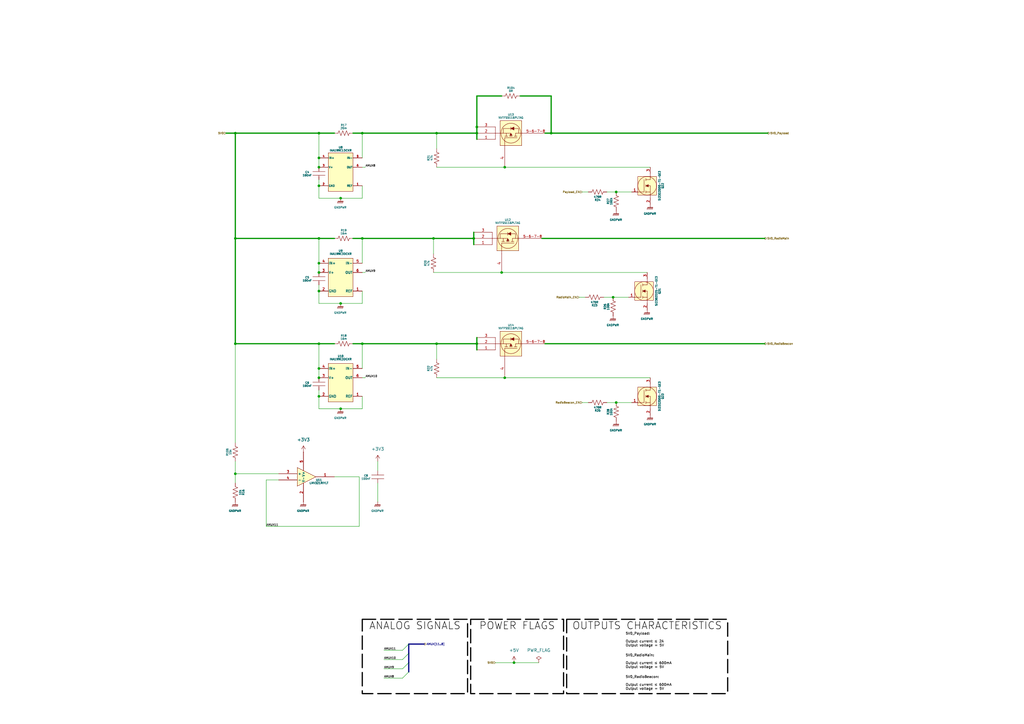
<source format=kicad_sch>
(kicad_sch (version 20231120) (generator "eeschema") (generator_version "8.0")
  (paper "A3")
  (title_block (title "Reliability Enhanced Electrical Power System") (date "2023-08-03") (rev "v0.0") (comment 1 "Davi Figueiredo <figueiredo.davi7@gmail.com> ") (comment 2 "João C. E. Barcellos <joaoclaudiobarcellos@gmail.com>") (comment 3 "Laura Debastiani <laudebastiani@gmail.com>"))
  (lib_symbols
    (symbol "C0603C104K5RACTU:C0603C104K5RACTU" (pin_numbers hide) (pin_names hide)
      (property "Reference" "C?" (at -4.826 0.508 0))
      (property "Value" "100nF" (at -4.826 -0.762 0))
      (symbol "C0603C104K5RACTU_0_1"
        (polyline (pts (xy 0 -1.27) (xy 0 -1.27)))
        (polyline (pts (xy 0 -1.27) (xy 0 -0.762)))
        (polyline (pts (xy 0 0.762) (xy 0 1.27)))
      )
      (symbol "C0603C104K5RACTU_1_0"
        (pin passive line (at 0 -2.54 90) (length 1.27) (name "") (number "1"))
        (pin passive line (at 0 2.54 270) (length 1.27) (name "") (number "2"))
      )
      (symbol "C0603C104K5RACTU_1_1"
        (polyline (pts (xy -2.54 -0.762) (xy 2.54 -0.762)))
        (polyline (pts (xy -2.54 0.762) (xy 2.54 0.762)))
      )
    )
    (symbol "CRCW06030000Z0EAHP:CRCW06030000Z0EAHP" (pin_numbers hide) (pin_names hide)
      (property "Reference" "R?" (at 0 3.302 0))
      (property "Value" "0R" (at 0 2.032 0))
      (symbol "CRCW06030000Z0EAHP_0_1"
        (polyline (pts (xy -2.286 0) (xy -2.54 0)))
        (polyline (pts (xy 2.286 0) (xy 2.54 0)))
        (polyline (pts (xy -2.286 0) (xy -1.905 1.016) (xy -1.524 0) (xy -1.143 -1.016) (xy -0.762 0)))
        (polyline (pts (xy -0.762 0) (xy -0.381 1.016) (xy 0 0) (xy 0.381 -1.016) (xy 0.762 0)))
        (polyline (pts (xy 0.762 0) (xy 1.143 1.016) (xy 1.524 0) (xy 1.905 -1.016) (xy 2.286 0)))
      )
      (symbol "CRCW06030000Z0EAHP_1_0"
        (pin passive line (at -3.81 0 0) (length 1.27) (name "") (number "1"))
        (pin passive line (at 3.81 0 180) (length 1.27) (name "") (number "2"))
      )
    )
    (symbol "CRCW0603100KFKEAHP:CRCW0603100KFKEAHP" (pin_numbers hide) (pin_names hide)
      (property "Reference" "R?" (at 0 3.302 0))
      (property "Value" "100k" (at 0 2.032 0))
      (symbol "CRCW0603100KFKEAHP_0_1"
        (polyline (pts (xy -2.286 0) (xy -2.54 0)))
        (polyline (pts (xy 2.286 0) (xy 2.54 0)))
        (polyline (pts (xy -2.286 0) (xy -1.905 1.016) (xy -1.524 0) (xy -1.143 -1.016) (xy -0.762 0)))
        (polyline (pts (xy -0.762 0) (xy -0.381 1.016) (xy 0 0) (xy 0.381 -1.016) (xy 0.762 0)))
        (polyline (pts (xy 0.762 0) (xy 1.143 1.016) (xy 1.524 0) (xy 1.905 -1.016) (xy 2.286 0)))
      )
      (symbol "CRCW0603100KFKEAHP_1_0"
        (pin passive line (at -3.81 0 0) (length 1.27) (name "") (number "1"))
        (pin passive line (at 3.81 0 180) (length 1.27) (name "") (number "2"))
      )
    )
    (symbol "CRCW060315K0FKEAHP:CRCW060315K0FKEAHP" (pin_numbers hide) (pin_names hide)
      (property "Reference" "R?" (at 0 3.302 0))
      (property "Value" "15k" (at 0 2.032 0))
      (symbol "CRCW060315K0FKEAHP_0_1"
        (polyline (pts (xy -2.286 0) (xy -2.54 0)))
        (polyline (pts (xy 2.286 0) (xy 2.54 0)))
        (polyline (pts (xy -2.286 0) (xy -1.905 1.016) (xy -1.524 0) (xy -1.143 -1.016) (xy -0.762 0)))
        (polyline (pts (xy -0.762 0) (xy -0.381 1.016) (xy 0 0) (xy 0.381 -1.016) (xy 0.762 0)))
        (polyline (pts (xy 0.762 0) (xy 1.143 1.016) (xy 1.524 0) (xy 1.905 -1.016) (xy 2.286 0)))
      )
      (symbol "CRCW060315K0FKEAHP_1_0"
        (pin passive line (at -3.81 0 0) (length 1.27) (name "") (number "1"))
        (pin passive line (at 3.81 0 180) (length 1.27) (name "") (number "2"))
      )
    )
    (symbol "CRCW0603470RFKEAHP:CRCW0603470RFKEAHP" (pin_numbers hide) (pin_names hide)
      (property "Reference" "R?" (at 0 3.302 0))
      (property "Value" "470R" (at 0 2.032 0))
      (symbol "CRCW0603470RFKEAHP_0_1"
        (polyline (pts (xy -2.286 0) (xy -2.54 0)))
        (polyline (pts (xy 2.286 0) (xy 2.54 0)))
        (polyline (pts (xy -2.286 0) (xy -1.905 1.016) (xy -1.524 0) (xy -1.143 -1.016) (xy -0.762 0)))
        (polyline (pts (xy -0.762 0) (xy -0.381 1.016) (xy 0 0) (xy 0.381 -1.016) (xy 0.762 0)))
        (polyline (pts (xy 0.762 0) (xy 1.143 1.016) (xy 1.524 0) (xy 1.905 -1.016) (xy 2.286 0)))
      )
      (symbol "CRCW0603470RFKEAHP_1_0"
        (pin passive line (at -3.81 0 0) (length 1.27) (name "") (number "1"))
        (pin passive line (at 3.81 0 180) (length 1.27) (name "") (number "2"))
      )
    )
    (symbol "CRCW060347K0FKEAHP:CRCW060347K0FKEAHP" (pin_numbers hide) (pin_names hide)
      (property "Reference" "R?" (at 0 3.302 0))
      (property "Value" "47k" (at 0 2.032 0))
      (symbol "CRCW060347K0FKEAHP_0_1"
        (polyline (pts (xy -2.286 0) (xy -2.54 0)))
        (polyline (pts (xy 2.286 0) (xy 2.54 0)))
        (polyline (pts (xy -2.286 0) (xy -1.905 1.016) (xy -1.524 0) (xy -1.143 -1.016) (xy -0.762 0)))
        (polyline (pts (xy -0.762 0) (xy -0.381 1.016) (xy 0 0) (xy 0.381 -1.016) (xy 0.762 0)))
        (polyline (pts (xy 0.762 0) (xy 1.143 1.016) (xy 1.524 0) (xy 1.905 -1.016) (xy 2.286 0)))
      )
      (symbol "CRCW060347K0FKEAHP_1_0"
        (pin passive line (at -3.81 0 0) (length 1.27) (name "") (number "1"))
        (pin passive line (at 3.81 0 180) (length 1.27) (name "") (number "2"))
      )
    )
    (symbol "INA199C1DCKR:INA199C1DCKR" (pin_names (offset 0.127))
      (property "Reference" "U?" (at 0 10.668 0))
      (property "Value" "INA199C1DCKR" (at 0 9.398 0))
      (symbol "INA199C1DCKR_1_1"
        (rectangle (start -5.08 8.382) (end 5.08 -7.366) (fill (type background)))
        (pin input line (at 8.89 -5.08 180) (length 3.81) (name "REF") (number "1"))
        (pin power_in line (at -8.89 -5.08 0) (length 3.81) (name "GND") (number "2"))
        (pin power_in line (at -8.89 2.54 0) (length 3.81) (name "V+") (number "3"))
        (pin input line (at -8.89 6.35 0) (length 3.81) (name "IN+") (number "4"))
        (pin input line (at 8.89 6.35 180) (length 3.81) (name "IN-") (number "5"))
        (pin output line (at 8.89 2.54 180) (length 3.81) (name "OUT") (number "6"))
      )
    )
    (symbol "INA199C3DCKR:INA199C3DCKR" (pin_names (offset 0.127))
      (property "Reference" "U" (at 21.59 24.13 0))
      (property "Value" "INA199C3DCKR" (at 21.59 22.86 0))
      (symbol "INA199C3DCKR_1_1"
        (rectangle (start 16.51 21.082) (end 26.67 5.334) (fill (type background)))
        (pin input line (at 30.48 7.62 180) (length 3.81) (name "REF") (number "1"))
        (pin power_in line (at 12.7 7.62 0) (length 3.81) (name "GND") (number "2"))
        (pin power_in line (at 12.7 15.24 0) (length 3.81) (name "V+") (number "3"))
        (pin input line (at 12.7 19.05 0) (length 3.81) (name "IN+") (number "4"))
        (pin input line (at 30.48 19.05 180) (length 3.81) (name "IN-") (number "5"))
        (pin output line (at 30.48 15.24 180) (length 3.81) (name "OUT") (number "6"))
      )
    )
    (symbol "LMV321RIYLT:LMV321RIYLT" (pin_names (offset 0.254))
      (property "Reference" "U" (at 6.35 0 0))
      (property "Value" "LMV321RIYLT" (at 6.35 -1.27 0))
      (symbol "LMV321RIYLT_1_1"
        (polyline (pts (xy -2.54 5.08) (xy -2.54 -2.54) (xy 5.08 1.27) (xy -2.54 5.08)) (fill (type background)))
        (pin output line (at 12.7 1.27 180) (length 7.62) (name "") (number "1"))
        (pin power_in line (at 0 -8.89 90) (length 7.62) (name "V-") (number "2"))
        (pin input line (at -10.16 2.54 0) (length 7.62) (name "+") (number "3"))
        (pin input line (at -10.16 0 0) (length 7.62) (name "-") (number "4"))
        (pin power_in line (at 0 11.43 270) (length 7.62) (name "V+") (number "5"))
      )
    )
    (symbol "NVTFS5116PLWFTAG:NVTFS5116PLTAG" (pin_names (offset 0.254))
      (property "Reference" "U" (at 27.94 -13.97 90))
      (property "Value" "NVTFS5116PLTAG" (at 26.67 -13.97 90))
      (symbol "NVTFS5116PLTAG_0_1"
        (polyline (pts (xy 13.97 -16.51) (xy 18.415 -16.51)))
        (polyline (pts (xy 18.415 -11.43) (xy 18.415 -16.51)))
        (polyline (pts (xy 19.05 -16.51) (xy 19.05 -15.24)))
        (polyline (pts (xy 19.05 -15.875) (xy 20.32 -15.875)))
        (polyline (pts (xy 19.05 -14.605) (xy 19.05 -13.335)))
        (polyline (pts (xy 19.05 -13.97) (xy 20.32 -13.97)))
        (polyline (pts (xy 19.05 -12.7) (xy 19.05 -11.43)))
        (polyline (pts (xy 19.05 -12.065) (xy 20.32 -12.065)))
        (polyline (pts (xy 19.685 -13.462) (xy 19.685 -13.462)))
        (polyline (pts (xy 20.32 -13.97) (xy 20.32 -20.32)))
        (polyline (pts (xy 20.32 -12.065) (xy 20.32 -7.62)))
        (polyline (pts (xy 21.59 -13.97) (xy 22.86 -13.97)))
        (polyline (pts (xy 22.86 -20.32) (xy 17.78 -20.32)))
        (polyline (pts (xy 20.32 -10.795) (xy 22.225 -10.795) (xy 22.225 -17.145) (xy 20.32 -17.145)))
        (circle (center 20.32 -13.97) (radius 4.066))
      )
      (symbol "NVTFS5116PLTAG_1_1"
        (polyline (pts (xy 19.431 -13.462) (xy 19.431 -14.478) (xy 20.193 -13.97) (xy 19.431 -13.462)) (fill (type outline)))
        (polyline (pts (xy 21.59 -12.7) (xy 22.86 -12.7) (xy 22.225 -13.97) (xy 21.59 -12.7)) (fill (type outline)))
        (rectangle (start 15.24 -9.525) (end 25.4 -18.415) (fill (type background)))
        (pin passive line (at 17.78 -27.94 90) (length 7.62) (name "") (number "1"))
        (pin passive line (at 20.32 -27.94 90) (length 7.62) (name "") (number "2"))
        (pin passive line (at 22.86 -27.94 90) (length 7.62) (name "") (number "3"))
        (pin passive line (at 6.35 -16.51 0) (length 7.62) (name "") (number "4"))
        (pin passive line (at 20.32 0 270) (length 7.62) (name "") (number "5-6-7-8"))
      )
    )
    (symbol "RC0805FR-0710KL:RC0805FR-0710KL" (pin_numbers hide) (pin_names hide)
      (property "Reference" "R?" (at 0 3.302 0))
      (property "Value" "10k" (at 0 2.032 0))
      (symbol "RC0805FR-0710KL_0_1"
        (polyline (pts (xy -2.286 0) (xy -2.54 0)))
        (polyline (pts (xy 2.286 0) (xy 2.54 0)))
        (polyline (pts (xy -2.286 0) (xy -1.905 1.016) (xy -1.524 0) (xy -1.143 -1.016) (xy -0.762 0)))
        (polyline (pts (xy -0.762 0) (xy -0.381 1.016) (xy 0 0) (xy 0.381 -1.016) (xy 0.762 0)))
        (polyline (pts (xy 0.762 0) (xy 1.143 1.016) (xy 1.524 0) (xy 1.905 -1.016) (xy 2.286 0)))
      )
      (symbol "RC0805FR-0710KL_1_0"
        (pin passive line (at -3.81 0 0) (length 1.27) (name "") (number "1"))
        (pin passive line (at 3.81 0 180) (length 1.27) (name "") (number "2"))
      )
    )
    (symbol "SI2302DDS-T1-GE3:SI2302DDS-T1-GE3" (pin_names hide)
      (property "Reference" "Q" (at 12.7 2.54 90))
      (property "Value" "SI2302DDS-T1-GE3" (at 11.43 2.54 90))
      (symbol "SI2302DDS-T1-GE3_1_1"
        (polyline (pts (xy 2.54 0) (xy 5.08 0)))
        (polyline (pts (xy 5.08 5.08) (xy 5.08 0)))
        (polyline (pts (xy 5.842 -0.508) (xy 5.842 0.508)))
        (polyline (pts (xy 5.842 0) (xy 7.62 0)))
        (polyline (pts (xy 5.842 2.032) (xy 5.842 3.048)))
        (polyline (pts (xy 5.842 5.588) (xy 5.842 4.572)))
        (polyline (pts (xy 7.62 2.54) (xy 5.842 2.54)))
        (polyline (pts (xy 7.62 2.54) (xy 7.62 -2.54)))
        (polyline (pts (xy 7.62 5.08) (xy 5.842 5.08)))
        (polyline (pts (xy 7.62 5.08) (xy 7.62 7.62)))
        (polyline (pts (xy 5.842 2.54) (xy 6.858 3.048) (xy 6.858 2.032) (xy 5.842 2.54)) (fill (type outline)))
        (rectangle (start 2.54 6.35) (end 10.16 -1.27) (fill (type background)))
        (circle (center 6.35 2.54) (radius 3.81))
        (pin passive line (at 0 0 0) (length 2.54) (name "G") (number "1"))
        (pin passive line (at 7.62 -5.08 90) (length 2.54) (name "S") (number "2"))
        (pin passive line (at 7.62 10.16 270) (length 2.54) (name "D") (number "3"))
      )
    )
    (symbol "WSL2010R0160FEA:WSL2010R0160FEA" (pin_numbers hide) (pin_names hide)
      (property "Reference" "R?" (at 0 3.302 0))
      (property "Value" "16m" (at 0 2.032 0))
      (symbol "WSL2010R0160FEA_0_1"
        (polyline (pts (xy -2.286 0) (xy -2.54 0)))
        (polyline (pts (xy 2.286 0) (xy 2.54 0)))
        (polyline (pts (xy -2.286 0) (xy -1.905 1.016) (xy -1.524 0) (xy -1.143 -1.016) (xy -0.762 0)))
        (polyline (pts (xy -0.762 0) (xy -0.381 1.016) (xy 0 0) (xy 0.381 -1.016) (xy 0.762 0)))
        (polyline (pts (xy 0.762 0) (xy 1.143 1.016) (xy 1.524 0) (xy 1.905 -1.016) (xy 2.286 0)))
      )
      (symbol "WSL2010R0160FEA_1_0"
        (pin passive line (at -3.81 0 0) (length 1.27) (name "") (number "1"))
        (pin passive line (at 3.81 0 180) (length 1.27) (name "") (number "2"))
      )
    )
    (symbol "WSL2010R0200FEA:WSL2010R0200FEA" (pin_numbers hide) (pin_names hide)
      (property "Reference" "R?" (at 0 3.302 0))
      (property "Value" "20m" (at 0 2.032 0))
      (symbol "WSL2010R0200FEA_0_1"
        (polyline (pts (xy -2.286 0) (xy -2.54 0)))
        (polyline (pts (xy 2.286 0) (xy 2.54 0)))
        (polyline (pts (xy -2.286 0) (xy -1.905 1.016) (xy -1.524 0) (xy -1.143 -1.016) (xy -0.762 0)))
        (polyline (pts (xy -0.762 0) (xy -0.381 1.016) (xy 0 0) (xy 0.381 -1.016) (xy 0.762 0)))
        (polyline (pts (xy 0.762 0) (xy 1.143 1.016) (xy 1.524 0) (xy 1.905 -1.016) (xy 2.286 0)))
      )
      (symbol "WSL2010R0200FEA_1_0"
        (pin passive line (at -3.81 0 0) (length 1.27) (name "") (number "1"))
        (pin passive line (at 3.81 0 180) (length 1.27) (name "") (number "2"))
      )
    )
    (symbol "power:+3V3" (power) (pin_numbers hide) (pin_names (offset 0) hide)
      (property "Value" "+3V3" (at 0 3.556 0))
      (symbol "+3V3_0_1"
        (polyline (pts (xy -0.762 1.27) (xy 0 2.54)))
        (polyline (pts (xy 0 0) (xy 0 2.54)))
        (polyline (pts (xy 0 2.54) (xy 0.762 1.27)))
      )
      (symbol "+3V3_1_1"
        (pin power_in line (at 0 0 90) (length 0) (name "~") (number "1"))
      )
    )
    (symbol "power:+5V" (power) (pin_numbers hide) (pin_names (offset 0) hide)
      (property "Value" "+5V" (at 0 3.556 0))
      (symbol "+5V_0_1"
        (polyline (pts (xy -0.762 1.27) (xy 0 2.54)))
        (polyline (pts (xy 0 0) (xy 0 2.54)))
        (polyline (pts (xy 0 2.54) (xy 0.762 1.27)))
      )
      (symbol "+5V_1_1"
        (pin power_in line (at 0 0 90) (length 0) (name "~") (number "1"))
      )
    )
    (symbol "power:GNDPWR" (power) (pin_numbers hide) (pin_names (offset 0) hide)
      (property "Value" "GNDPWR" (at 0 -3.302 0))
      (symbol "GNDPWR_0_1"
        (polyline (pts (xy 0 -1.27) (xy 0 0)))
        (polyline (pts (xy -1.016 -1.27) (xy -1.27 -2.032) (xy -1.27 -2.032)) (stroke (width 0.2032)))
        (polyline (pts (xy -0.508 -1.27) (xy -0.762 -2.032) (xy -0.762 -2.032)) (stroke (width 0.2032)))
        (polyline (pts (xy 0 -1.27) (xy -0.254 -2.032) (xy -0.254 -2.032)) (stroke (width 0.2032)))
        (polyline (pts (xy 0.508 -1.27) (xy 0.254 -2.032) (xy 0.254 -2.032)) (stroke (width 0.2032)))
        (polyline (pts (xy 1.016 -1.27) (xy -1.016 -1.27) (xy -1.016 -1.27)) (stroke (width 0.2032)))
        (polyline (pts (xy 1.016 -1.27) (xy 0.762 -2.032) (xy 0.762 -2.032) (xy 0.762 -2.032)) (stroke (width 0.2032)))
      )
      (symbol "GNDPWR_1_1"
        (pin power_in line (at 0 0 270) (length 0) (name "~") (number "1"))
      )
    )
    (symbol "power:PWR_FLAG" (power) (pin_numbers hide) (pin_names (offset 0) hide)
      (property "Value" "PWR_FLAG" (at 0 3.81 0))
      (symbol "PWR_FLAG_0_0"
        (pin power_out line (at 0 0 90) (length 0) (name "~") (number "1"))
      )
      (symbol "PWR_FLAG_0_1"
        (polyline (pts (xy 0 0) (xy 0 1.27) (xy -1.016 1.905) (xy 0 2.54) (xy 1.016 1.905) (xy 0 1.27)))
      )
    )
  )
  (junction (at 130.81 54.61))
  (junction (at 130.81 76.2))
  (junction (at 130.81 107.95))
  (junction (at 130.81 140.97))
  (junction (at 96.52 140.97))
  (junction (at 148.59 140.97))
  (junction (at 195.58 140.97))
  (junction (at 139.7 167.64))
  (junction (at 139.7 81.28))
  (junction (at 148.59 54.61))
  (junction (at 130.81 154.94))
  (junction (at 194.31 97.79))
  (junction (at 179.07 140.97))
  (junction (at 130.81 151.13))
  (junction (at 251.46 121.92))
  (junction (at 207.01 68.58))
  (junction (at 226.06 54.61))
  (junction (at 210.82 271.78))
  (junction (at 177.8 97.79))
  (junction (at 207.01 154.94))
  (junction (at 130.81 162.56))
  (junction (at 96.52 54.61))
  (junction (at 130.81 64.77))
  (junction (at 96.52 194.31))
  (junction (at 130.81 119.38))
  (junction (at 252.73 78.74))
  (junction (at 130.81 97.79))
  (junction (at 130.81 111.76))
  (junction (at 139.7 124.46))
  (junction (at 205.74 111.76))
  (junction (at 195.58 52.07))
  (junction (at 252.73 165.1))
  (junction (at 195.58 54.61))
  (junction (at 130.81 68.58))
  (junction (at 96.52 97.79))
  (junction (at 179.07 54.61))
  (junction (at 148.59 97.79))
  (bus_entry (at 165.1 266.7) (size 2.54 -2.54))
  (bus_entry (at 165.1 278.13) (size 2.54 -2.54))
  (bus_entry (at 165.1 274.32) (size 2.54 -2.54))
  (bus_entry (at 165.1 270.51) (size 2.54 -2.54))
  (wire (pts (xy 165.1 266.7) (xy 157.48 266.7)))
  (wire (pts (xy 148.59 162.56) (xy 148.59 167.64)))
  (wire (pts (xy 130.81 107.95) (xy 130.81 111.76)))
  (wire (pts (xy 195.58 39.37) (xy 205.74 39.37)) (stroke (width 0.5)))
  (wire (pts (xy 148.59 124.46) (xy 139.7 124.46)))
  (wire (pts (xy 130.81 54.61) (xy 137.16 54.61)) (stroke (width 0.5)))
  (wire (pts (xy 130.81 54.61) (xy 130.81 64.77)))
  (wire (pts (xy 252.73 78.74) (xy 259.08 78.74)))
  (wire (pts (xy 165.1 274.32) (xy 157.48 274.32)))
  (wire (pts (xy 96.52 97.79) (xy 130.81 97.79)) (stroke (width 0.5)))
  (wire (pts (xy 144.78 140.97) (xy 148.59 140.97)) (stroke (width 0.5)))
  (wire (pts (xy 148.59 54.61) (xy 148.59 64.77)))
  (wire (pts (xy 148.59 97.79) (xy 177.8 97.79)) (stroke (width 0.5)))
  (wire (pts (xy 165.1 278.13) (xy 157.48 278.13)))
  (wire (pts (xy 130.81 97.79) (xy 130.81 107.95)))
  (wire (pts (xy 148.59 76.2) (xy 148.59 81.28)))
  (wire (pts (xy 148.59 54.61) (xy 179.07 54.61)) (stroke (width 0.5)))
  (wire (pts (xy 207.01 154.94) (xy 266.7 154.94)))
  (wire (pts (xy 179.07 154.94) (xy 207.01 154.94)))
  (wire (pts (xy 148.59 167.64) (xy 139.7 167.64)))
  (wire (pts (xy 223.52 140.97) (xy 313.69 140.97)) (stroke (width 0.5)))
  (wire (pts (xy 130.81 167.64) (xy 139.7 167.64)))
  (wire (pts (xy 148.59 140.97) (xy 179.07 140.97)) (stroke (width 0.5)))
  (wire (pts (xy 241.3 165.1) (xy 238.76 165.1)))
  (wire (pts (xy 248.92 78.74) (xy 252.73 78.74)))
  (wire (pts (xy 96.52 189.23) (xy 96.52 194.31)))
  (wire (pts (xy 207.01 68.58) (xy 266.7 68.58)))
  (wire (pts (xy 144.78 97.79) (xy 148.59 97.79)) (stroke (width 0.5)))
  (wire (pts (xy 177.8 97.79) (xy 177.8 104.14)))
  (wire (pts (xy 96.52 54.61) (xy 130.81 54.61)) (stroke (width 0.5)))
  (wire (pts (xy 130.81 116.84) (xy 130.81 119.38)))
  (wire (pts (xy 114.3 196.85) (xy 109.22 196.85)))
  (wire (pts (xy 130.81 151.13) (xy 130.81 154.94)))
  (wire (pts (xy 241.3 78.74) (xy 238.76 78.74)))
  (wire (pts (xy 130.81 64.77) (xy 130.81 68.58)))
  (wire (pts (xy 177.8 111.76) (xy 205.74 111.76)))
  (wire (pts (xy 96.52 97.79) (xy 96.52 140.97)) (stroke (width 0.5)))
  (wire (pts (xy 148.59 97.79) (xy 148.59 107.95)))
  (wire (pts (xy 195.58 138.43) (xy 195.58 140.97)) (stroke (width 0.5)))
  (wire (pts (xy 251.46 121.92) (xy 257.81 121.92)))
  (wire (pts (xy 130.81 160.02) (xy 130.81 162.56)))
  (wire (pts (xy 240.03 121.92) (xy 237.49 121.92)))
  (wire (pts (xy 130.81 124.46) (xy 139.7 124.46)))
  (wire (pts (xy 130.81 162.56) (xy 130.81 167.64)))
  (wire (pts (xy 179.07 140.97) (xy 179.07 147.32)))
  (wire (pts (xy 92.71 54.61) (xy 96.52 54.61)) (stroke (width 0.5)))
  (wire (pts (xy 252.73 165.1) (xy 259.08 165.1)))
  (wire (pts (xy 148.59 119.38) (xy 148.59 124.46)))
  (wire (pts (xy 226.06 54.61) (xy 226.06 39.37)) (stroke (width 0.5)))
  (wire (pts (xy 210.82 271.78) (xy 220.98 271.78)))
  (wire (pts (xy 247.65 121.92) (xy 251.46 121.92)))
  (wire (pts (xy 165.1 270.51) (xy 157.48 270.51)))
  (wire (pts (xy 109.22 215.9) (xy 147.32 215.9)))
  (wire (pts (xy 148.59 154.94) (xy 149.86 154.94)))
  (bus (pts (xy 167.64 271.78) (xy 167.64 275.59)) (stroke (width 0.5)))
  (wire (pts (xy 109.22 196.85) (xy 109.22 215.9)))
  (wire (pts (xy 96.52 194.31) (xy 96.52 198.12)))
  (wire (pts (xy 195.58 54.61) (xy 195.58 57.15)) (stroke (width 0.5)))
  (wire (pts (xy 148.59 140.97) (xy 148.59 151.13)))
  (bus (pts (xy 167.64 264.16) (xy 167.64 267.97)) (stroke (width 0.5)))
  (wire (pts (xy 177.8 97.79) (xy 194.31 97.79)) (stroke (width 0.5)))
  (wire (pts (xy 223.52 54.61) (xy 226.06 54.61)) (stroke (width 0.5)))
  (wire (pts (xy 154.94 198.12) (xy 154.94 205.74)))
  (wire (pts (xy 203.2 271.78) (xy 210.82 271.78)))
  (wire (pts (xy 226.06 39.37) (xy 213.36 39.37)) (stroke (width 0.5)))
  (wire (pts (xy 195.58 52.07) (xy 195.58 54.61)) (stroke (width 0.5)))
  (wire (pts (xy 194.31 97.79) (xy 194.31 100.33)) (stroke (width 0.5)))
  (wire (pts (xy 130.81 119.38) (xy 130.81 124.46)))
  (wire (pts (xy 130.81 73.66) (xy 130.81 76.2)))
  (bus (pts (xy 173.99 264.16) (xy 167.64 264.16)) (stroke (width 0.5)))
  (wire (pts (xy 130.81 81.28) (xy 130.81 76.2)))
  (wire (pts (xy 148.59 68.58) (xy 149.86 68.58)))
  (wire (pts (xy 148.59 81.28) (xy 139.7 81.28)))
  (wire (pts (xy 147.32 195.58) (xy 147.32 215.9)))
  (wire (pts (xy 194.31 95.25) (xy 194.31 97.79)) (stroke (width 0.5)))
  (wire (pts (xy 195.58 140.97) (xy 195.58 143.51)) (stroke (width 0.5)))
  (wire (pts (xy 130.81 81.28) (xy 139.7 81.28)))
  (wire (pts (xy 226.06 54.61) (xy 314.96 54.61)) (stroke (width 0.5)))
  (wire (pts (xy 137.16 195.58) (xy 147.32 195.58)))
  (wire (pts (xy 179.07 54.61) (xy 179.07 60.96)))
  (wire (pts (xy 179.07 68.58) (xy 207.01 68.58)))
  (wire (pts (xy 130.81 140.97) (xy 130.81 151.13)))
  (wire (pts (xy 205.74 111.76) (xy 265.43 111.76)))
  (wire (pts (xy 130.81 140.97) (xy 137.16 140.97)) (stroke (width 0.5)))
  (wire (pts (xy 248.92 165.1) (xy 252.73 165.1)))
  (wire (pts (xy 148.59 111.76) (xy 149.86 111.76)))
  (wire (pts (xy 154.94 189.23) (xy 154.94 193.04)))
  (wire (pts (xy 144.78 54.61) (xy 148.59 54.61)) (stroke (width 0.5)))
  (wire (pts (xy 96.52 140.97) (xy 96.52 181.61)))
  (wire (pts (xy 130.81 97.79) (xy 137.16 97.79)) (stroke (width 0.5)))
  (wire (pts (xy 195.58 52.07) (xy 195.58 39.37)) (stroke (width 0.5)))
  (wire (pts (xy 96.52 54.61) (xy 96.52 97.79)) (stroke (width 0.5)))
  (bus (pts (xy 167.64 267.97) (xy 167.64 271.78)) (stroke (width 0.5)))
  (wire (pts (xy 222.25 97.79) (xy 313.69 97.79)) (stroke (width 0.5)))
  (wire (pts (xy 179.07 54.61) (xy 195.58 54.61)) (stroke (width 0.5)))
  (wire (pts (xy 96.52 194.31) (xy 114.3 194.31)))
  (wire (pts (xy 96.52 140.97) (xy 130.81 140.97)) (stroke (width 0.5)))
  (wire (pts (xy 179.07 140.97) (xy 195.58 140.97)) (stroke (width 0.5)))
  (rectangle (start 232.41 254) (end 298.45 284.48) (stroke (width 0.5) (type dash) (color 0 0 0 1)))
  (rectangle (start 148.59 254) (end 191.77 284.48) (stroke (width 0.5) (type dash) (color 0 0 0 1)))
  (rectangle (start 193.04 254) (end 231.14 284.48) (stroke (width 0.5) (type dash) (color 0 0 0 1)))
  (text_box "ANALOG SIGNALS" (at 148.59 254 0) (size 43.18 5.08) (stroke (width -0.0001)) (effects (font (size 3 3) (thickness 0.2) (bold yes))))
  (text_box "POWER FLAGS" (at 193.04 254 0) (size 38.1 5.08) (stroke (width -0.0001)) (effects (font (size 3 3) (thickness 0.2) (bold yes))))
  (text_box "OUTPUTS CHARACTERISTICS" (at 232.41 254 0) (size 66.04 5.08) (stroke (width -0.0001)) (effects (font (size 3 3) (thickness 0.2) (bold yes))))
  (text "5V0_RadioMain: \n\nOutput current ≤ 600mA\nOutput voltage = 5V" (at 256.54 274.32 0) (effects (font (size 1 1)) (justify left bottom)))
  (text "5V0_Payload: \n\nOutput current ≤ 2A\nOutput voltage = 5V\n" (at 256.54 265.43 0) (effects (font (size 1 1)) (justify left bottom)))
  (text "5V0_RadioBeacon:\n\nOutput current ≤ 600mA\nOutput voltage = 5V\n" (at 256.54 283.21 0) (effects (font (size 1 1)) (justify left bottom)))
  (label "AMUX8" (at 157.48 278.13 0) (effects (font (size 0.8 0.8))))
  (label "AMUX9" (at 157.48 274.32 0) (effects (font (size 0.8 0.8))))
  (label "AMUX10" (at 149.86 154.94 0) (effects (font (size 0.8 0.8))))
  (label "AMUX11" (at 157.48 266.7 0) (effects (font (size 0.8 0.8))))
  (label "AMUX8" (at 149.86 68.58 0) (effects (font (size 0.8 0.8))))
  (label "AMUX10" (at 157.48 270.51 0) (effects (font (size 0.8 0.8))))
  (label "AMUX11" (at 109.22 215.9 0) (effects (font (size 0.8 0.8))))
  (label "AMUX9" (at 149.86 111.76 0) (effects (font (size 0.8 0.8))))
  (hierarchical_label "AMUX[11..8]" (shape output) (at 173.99 264.16 0) (effects (font (size 0.8 0.8))))
  (hierarchical_label "5V0" (shape input) (at 203.2 271.78 180) (effects (font (size 0.8 0.8))))
  (hierarchical_label "5V0_RadioMain" (shape output) (at 313.69 97.79 0) (effects (font (size 0.8 0.8))))
  (hierarchical_label "5V0_Payload" (shape output) (at 314.96 54.61 0) (effects (font (size 0.8 0.8))))
  (hierarchical_label "RadioMain_EN" (shape input) (at 237.49 121.92 180) (effects (font (size 0.8 0.8))))
  (hierarchical_label "5V0_RadioBeacon" (shape output) (at 313.69 140.97 0) (effects (font (size 0.8 0.8))))
  (hierarchical_label "5V0" (shape input) (at 92.71 54.61 180) (effects (font (size 0.8 0.8))))
  (hierarchical_label "Payload_EN" (shape input) (at 238.76 78.74 180) (effects (font (size 0.8 0.8))))
  (hierarchical_label "RadioBeacon_EN" (shape input) (at 238.76 165.1 180) (effects (font (size 0.8 0.8))))
  (symbol (lib_id "NVTFS5116PLWFTAG:NVTFS5116PLTAG") (at 223.52 161.29 270) (mirror x) (unit 1)
    (property "Reference" "U14" (at 209.55 133.35 90) (effects (font (size 0.8 0.8))))
    (property "Value" "NVTFS5116PLTAG" (at 209.55 134.62 90) (effects (font (size 0.8 0.8))))
    (property "Footprint" "footprints:NVTFS5116PLTAG" (effects (hide yes)))
    (property "Datasheet" "https://br.mouser.com/datasheet/2/308/1/NVTFS5116PL_D-2319932.pdf" (effects (hide yes)))
    (property "Package" "WDFN-8 " (effects (hide yes)))
    (property "MPN" "NVTFS5116PLTAG" (effects (hide yes)))
    (property "Manufacturer" "onsemi" (effects (hide yes)))
  )
  (symbol (lib_id "CRCW060315K0FKEAHP:CRCW060315K0FKEAHP") (at 96.52 185.42 90) (unit 1)
    (property "Reference" "R106" (at 93.218 185.42 0) (effects (font (size 0.8 0.8))))
    (property "Value" "15k" (at 94.488 185.42 0) (effects (font (size 0.8 0.8))))
    (property "Footprint" "footprints:RES0603" (effects (hide yes)))
    (property "Datasheet" "https://www.vishay.com/docs/20043/crcwhpe3.pdf" (effects (hide yes)))
    (property "Description" "Resistor, 0.33W, 15k, 1%" (effects (hide yes)))
    (property "Manufacturer" "Vishay" (effects (hide yes)))
    (property "Package" "SMD 0603" (effects (hide yes)))
    (property "MPN" "CRCW060315K0FKEAHP" (effects (hide yes)))
  )
  (symbol (lib_id "NVTFS5116PLWFTAG:NVTFS5116PLTAG") (at 222.25 118.11 270) (mirror x) (unit 1)
    (property "Reference" "U12" (at 208.28 90.17 90) (effects (font (size 0.8 0.8))))
    (property "Value" "NVTFS5116PLTAG" (at 208.28 91.44 90) (effects (font (size 0.8 0.8))))
    (property "Footprint" "footprints:NVTFS5116PLTAG" (effects (hide yes)))
    (property "Datasheet" "https://br.mouser.com/datasheet/2/308/1/NVTFS5116PL_D-2319932.pdf" (effects (hide yes)))
    (property "Package" "WDFN-8 " (effects (hide yes)))
    (property "MPN" "NVTFS5116PLTAG" (effects (hide yes)))
    (property "Manufacturer" "onsemi" (effects (hide yes)))
  )
  (symbol (lib_id "WSL2010R0160FEA:WSL2010R0160FEA") (at 140.97 140.97 0) (unit 1)
    (property "Reference" "R18" (at 140.97 137.668 0) (effects (font (size 0.8 0.8))))
    (property "Value" "16m" (at 140.97 138.938 0) (effects (font (size 0.8 0.8))))
    (property "Footprint" "footprints:RES2010" (effects (hide yes)))
    (property "Datasheet" "https://www.vishay.com/docs/30100/wsl.pdf" (effects (hide yes)))
    (property "Description" "Current sense resistor, 0.5W, 0.016R, 1%" (effects (hide yes)))
    (property "MPN" "WSL2010R0160FEA" (effects (hide yes)))
    (property "Package" "SMD 2010" (effects (hide yes)))
    (property "Manufacturer" "Vishay" (effects (hide yes)))
  )
  (symbol (lib_id "power:+3V3") (at 124.46 185.42 0) (unit 1)
    (property "Reference" "#PWR014" (effects (hide yes)))
    (property "Value" "+3V3" (at 124.46 180.34 0))
    (property "Description" "Power symbol creates a global label with name \"+3V3\"" (effects (hide yes)))
  )
  (symbol (lib_id "CRCW060347K0FKEAHP:CRCW060347K0FKEAHP") (at 179.07 151.13 90) (unit 1)
    (property "Reference" "R22" (at 175.768 151.13 0) (effects (font (size 0.8 0.8))))
    (property "Value" "47k" (at 177.038 151.13 0) (effects (font (size 0.8 0.8))))
    (property "Footprint" "footprints:RES0603" (effects (hide yes)))
    (property "Datasheet" "https://www.vishay.com/docs/20043/crcwhpe3.pdf" (effects (hide yes)))
    (property "Description" "Resistor, 0.33W, 47k, 1%" (effects (hide yes)))
    (property "Manufacturer" "Vishay" (effects (hide yes)))
    (property "Package" "SMD 0603" (effects (hide yes)))
    (property "MPN" "CRCW060347K0FKEAHP" (effects (hide yes)))
    (instances (project "eps-re_project" (path "" (reference "R22") (unit 1))) (project "EPS Analogico" (path "" (reference "R2") (unit 1))))
  )
  (symbol (lib_id "NVTFS5116PLWFTAG:NVTFS5116PLTAG") (at 223.52 74.93 270) (mirror x) (unit 1)
    (property "Reference" "U13" (at 209.55 46.99 90) (effects (font (size 0.8 0.8))))
    (property "Value" "NVTFS5116PLTAG" (at 209.55 48.26 90) (effects (font (size 0.8 0.8))))
    (property "Footprint" "footprints:NVTFS5116PLTAG" (effects (hide yes)))
    (property "Datasheet" "https://br.mouser.com/datasheet/2/308/1/NVTFS5116PL_D-2319932.pdf" (effects (hide yes)))
    (property "Package" "WDFN-8 " (effects (hide yes)))
    (property "MPN" "NVTFS5116PLTAG" (effects (hide yes)))
    (property "Manufacturer" "onsemi" (effects (hide yes)))
  )
  (symbol (lib_id "CRCW060347K0FKEAHP:CRCW060347K0FKEAHP") (at 179.07 64.77 90) (unit 1)
    (property "Reference" "R21" (at 175.768 64.77 0) (effects (font (size 0.8 0.8))))
    (property "Value" "47k" (at 177.038 64.77 0) (effects (font (size 0.8 0.8))))
    (property "Footprint" "footprints:RES0603" (effects (hide yes)))
    (property "Datasheet" "https://www.vishay.com/docs/20043/crcwhpe3.pdf" (effects (hide yes)))
    (property "Description" "Resistor, 0.33W, 47k, 1%" (effects (hide yes)))
    (property "Manufacturer" "Vishay" (effects (hide yes)))
    (property "Package" "SMD 0603" (effects (hide yes)))
    (property "MPN" "CRCW060347K0FKEAHP" (effects (hide yes)))
    (instances (project "eps-re_project" (path "" (reference "R21") (unit 1))) (project "EPS Analogico" (path "" (reference "R2") (unit 1))))
  )
  (symbol (lib_id "CRCW0603470RFKEAHP:CRCW0603470RFKEAHP") (at 245.11 165.1 180) (unit 1)
    (property "Reference" "R25" (at 245.11 168.402 0) (effects (font (size 0.8 0.8))))
    (property "Value" "470R" (at 245.11 167.132 0) (effects (font (size 0.8 0.8))))
    (property "Footprint" "footprints:RES0603" (effects (hide yes)))
    (property "Datasheet" "https://www.vishay.com/docs/20043/crcwhpe3.pdf" (effects (hide yes)))
    (property "Description" "Resistor, 0.33W, 470R, 1%" (effects (hide yes)))
    (property "Manufacturer" "Vishay" (effects (hide yes)))
    (property "Package" "SMD 0603" (effects (hide yes)))
    (property "MPN" "CRCW0603470RFKEAHP" (effects (hide yes)))
    (instances (project "eps-re_project" (path "" (reference "R25") (unit 1))) (project "EPS Analogico" (path "" (reference "R4") (unit 1))))
  )
  (symbol (lib_id "power:GNDPWR") (at 139.7 167.64 0) (unit 1)
    (property "Reference" "#PWR024" (effects (hide yes)))
    (property "Value" "GNDPWR" (at 139.573 171.45 0) (effects (font (size 0.8 0.8))))
    (property "Description" "Power symbol creates a global label with name \"GNDPWR\" , global ground" (effects (hide yes)))
  )
  (symbol (lib_id "power:GNDPWR") (at 139.7 124.46 0) (unit 1)
    (property "Reference" "#PWR020" (effects (hide yes)))
    (property "Value" "GNDPWR" (at 139.573 128.27 0) (effects (font (size 0.8 0.8))))
    (property "Description" "Power symbol creates a global label with name \"GNDPWR\" , global ground" (effects (hide yes)))
  )
  (symbol (lib_id "C0603C104K5RACTU:C0603C104K5RACTU") (at 154.94 195.58 0) (unit 1)
    (property "Reference" "C8" (at 150.114 195.072 0) (effects (font (size 0.8 0.8))))
    (property "Value" "100nF" (at 150.114 196.342 0) (effects (font (size 0.8 0.8))))
    (property "Footprint" "footprints:CAP0603" (effects (hide yes)))
    (property "Datasheet" "https://br.mouser.com/datasheet/2/447/KEM_C1002_X7R_SMD-3316098.pdf" (effects (hide yes)))
    (property "Description" "Capacitor, 100nF, 5%" (effects (hide yes)))
    (property "Manufacturer" "KEMET" (effects (hide yes)))
    (property "MPN" "C0603C104K5RACTU" (effects (hide yes)))
    (property "Package" "SMD 0603" (effects (hide yes)))
  )
  (symbol (lib_id "SI2302DDS-T1-GE3:SI2302DDS-T1-GE3") (at 259.08 165.1 0) (unit 1)
    (property "Reference" "Q23" (at 271.78 162.56 90) (effects (font (size 0.8 0.8))))
    (property "Value" "SI2302DDS-T1-GE3" (at 270.51 162.56 90) (effects (font (size 0.8 0.8))))
    (property "Footprint" "footprints:SI2302DDS-T1-GE3" (effects (hide yes)))
    (property "Datasheet" "http://www.vishay.com/docs/63653/si2302dds.pdf" (effects (hide yes)))
    (property "Manufacturer" "Vishay" (effects (hide yes)))
    (property "MPN" "SI2302DDS-T1-GE3" (effects (hide yes)))
    (property "Package" "SOT-23-3 " (effects (hide yes)))
  )
  (symbol (lib_id "CRCW0603100KFKEAHP:CRCW0603100KFKEAHP") (at 252.73 82.55 90) (unit 1)
    (property "Reference" "R27" (at 249.428 82.55 0) (effects (font (size 0.8 0.8))))
    (property "Value" "100k" (at 250.698 82.55 0) (effects (font (size 0.8 0.8))))
    (property "Footprint" "footprints:RES0603" (effects (hide yes)))
    (property "Datasheet" "https://www.vishay.com/docs/20043/crcwhpe3.pdf" (effects (hide yes)))
    (property "Description" "Resistor, 0.33W, 100k, 1%" (effects (hide yes)))
    (property "Package" "SMD 0603" (effects (hide yes)))
    (property "Manufacturer" "Vishay" (effects (hide yes)))
    (property "MPN" "CRCW0603100KFKEAHP" (effects (hide yes)))
    (instances (project "eps-re_project" (path "" (reference "R27") (unit 1))) (project "EPS Analogico" (path "" (reference "R3") (unit 1))))
  )
  (symbol (lib_id "power:GNDPWR") (at 252.73 172.72 0) (unit 1)
    (property "Reference" "#PWR033" (effects (hide yes)))
    (property "Value" "GNDPWR" (at 252.603 176.53 0) (effects (font (size 0.8 0.8))))
    (property "Description" "Power symbol creates a global label with name \"GNDPWR\" , global ground" (effects (hide yes)))
  )
  (symbol (lib_id "power:GNDPWR") (at 266.7 170.18 0) (unit 1)
    (property "Reference" "#PWR075" (effects (hide yes)))
    (property "Value" "GNDPWR" (at 266.573 173.99 0) (effects (font (size 0.8 0.8))))
    (property "Description" "Power symbol creates a global label with name \"GNDPWR\" , global ground" (effects (hide yes)))
  )
  (symbol (lib_id "power:GNDPWR") (at 124.46 205.74 0) (unit 1)
    (property "Reference" "#PWR017" (effects (hide yes)))
    (property "Value" "GNDPWR" (at 124.333 209.55 0) (effects (font (size 0.8 0.8))))
    (property "Description" "Power symbol creates a global label with name \"GNDPWR\" , global ground" (effects (hide yes)))
  )
  (symbol (lib_id "C0603C104K5RACTU:C0603C104K5RACTU") (at 130.81 157.48 0) (unit 1)
    (property "Reference" "C6" (at 125.984 156.972 0) (effects (font (size 0.8 0.8))))
    (property "Value" "100nF" (at 125.984 158.242 0) (effects (font (size 0.8 0.8))))
    (property "Footprint" "footprints:CAP0603" (effects (hide yes)))
    (property "Datasheet" "https://br.mouser.com/datasheet/2/447/KEM_C1002_X7R_SMD-3316098.pdf" (effects (hide yes)))
    (property "Description" "Capacitor, 100nF, 5%" (effects (hide yes)))
    (property "Manufacturer" "KEMET" (effects (hide yes)))
    (property "MPN" "C0603C104K5RACTU" (effects (hide yes)))
    (property "Package" "SMD 0603" (effects (hide yes)))
    (instances (project "eps-re_project" (path "" (reference "C6") (unit 1))) (project "EPS Analogico" (path "" (reference "C1") (unit 1))))
  )
  (symbol (lib_id "INA199C3DCKR:INA199C3DCKR") (at 118.11 127 0) (unit 1)
    (property "Reference" "U9" (at 139.7 102.87 0) (effects (font (size 0.8 0.8))))
    (property "Value" "INA199C3DCKR" (at 139.7 104.14 0) (effects (font (size 0.8 0.8))))
    (property "Footprint" "footprints:INA199C3DCKR" (effects (hide yes)))
    (property "Datasheet" "https://www.ti.com/lit/ds/symlink/ina199.pdf?HQS=dis-mous-null-mousermode-dsf-pf-null-wwe&ts=1699134415152" (effects (hide yes)))
    (property "Package" "SC70-6" (effects (hide yes)))
    (property "Manufacturer" "TI" (effects (hide yes)))
    (property "MPN" "INA199C3DCKR" (effects (hide yes)))
  )
  (symbol (lib_id "power:PWR_FLAG") (at 220.98 271.78 0) (unit 1)
    (property "Reference" "#FLG011" (effects (hide yes)))
    (property "Value" "PWR_FLAG" (at 220.98 266.7 0))
    (property "Description" "Special symbol for telling ERC where power comes from" (effects (hide yes)))
  )
  (symbol (lib_id "WSL2010R0160FEA:WSL2010R0160FEA") (at 140.97 97.79 0) (unit 1)
    (property "Reference" "R19" (at 140.97 94.488 0) (effects (font (size 0.8 0.8))))
    (property "Value" "16m" (at 140.97 95.758 0) (effects (font (size 0.8 0.8))))
    (property "Footprint" "footprints:RES2010" (effects (hide yes)))
    (property "Datasheet" "https://www.vishay.com/docs/30100/wsl.pdf" (effects (hide yes)))
    (property "Description" "Current sense resistor, 0.5W, 0.016R, 1%" (effects (hide yes)))
    (property "MPN" "WSL2010R0160FEA" (effects (hide yes)))
    (property "Package" "SMD 2010" (effects (hide yes)))
    (property "Manufacturer" "Vishay" (effects (hide yes)))
  )
  (symbol (lib_id "power:GNDPWR") (at 252.73 86.36 0) (unit 1)
    (property "Reference" "#PWR028" (effects (hide yes)))
    (property "Value" "GNDPWR" (at 252.603 90.17 0) (effects (font (size 0.8 0.8))))
    (property "Description" "Power symbol creates a global label with name \"GNDPWR\" , global ground" (effects (hide yes)))
  )
  (symbol (lib_id "power:+3V3") (at 154.94 189.23 0) (unit 1)
    (property "Reference" "#PWR025" (effects (hide yes)))
    (property "Value" "+3V3" (at 154.94 184.15 0))
    (property "Description" "Power symbol creates a global label with name \"+3V3\"" (effects (hide yes)))
  )
  (symbol (lib_id "SI2302DDS-T1-GE3:SI2302DDS-T1-GE3") (at 257.81 121.92 0) (unit 1)
    (property "Reference" "Q21" (at 270.51 119.38 90) (effects (font (size 0.8 0.8))))
    (property "Value" "SI2302DDS-T1-GE3" (at 269.24 119.38 90) (effects (font (size 0.8 0.8))))
    (property "Footprint" "footprints:SI2302DDS-T1-GE3" (effects (hide yes)))
    (property "Datasheet" "http://www.vishay.com/docs/63653/si2302dds.pdf" (effects (hide yes)))
    (property "Manufacturer" "Vishay" (effects (hide yes)))
    (property "MPN" "SI2302DDS-T1-GE3" (effects (hide yes)))
    (property "Package" "SOT-23-3 " (effects (hide yes)))
  )
  (symbol (lib_id "C0603C104K5RACTU:C0603C104K5RACTU") (at 130.81 114.3 0) (unit 1)
    (property "Reference" "C5" (at 125.984 113.792 0) (effects (font (size 0.8 0.8))))
    (property "Value" "100nF" (at 125.984 115.062 0) (effects (font (size 0.8 0.8))))
    (property "Footprint" "footprints:CAP0603" (effects (hide yes)))
    (property "Datasheet" "https://br.mouser.com/datasheet/2/447/KEM_C1002_X7R_SMD-3316098.pdf" (effects (hide yes)))
    (property "Description" "Capacitor, 100nF, 5%" (effects (hide yes)))
    (property "Manufacturer" "KEMET" (effects (hide yes)))
    (property "MPN" "C0603C104K5RACTU" (effects (hide yes)))
    (property "Package" "SMD 0603" (effects (hide yes)))
    (instances (project "eps-re_project" (path "" (reference "C5") (unit 1))) (project "EPS Analogico" (path "" (reference "C1") (unit 1))))
  )
  (symbol (lib_id "power:GNDPWR") (at 96.52 205.74 0) (unit 1)
    (property "Reference" "#PWR026" (effects (hide yes)))
    (property "Value" "GNDPWR" (at 96.393 209.55 0) (effects (font (size 0.8 0.8))))
    (property "Description" "Power symbol creates a global label with name \"GNDPWR\" , global ground" (effects (hide yes)))
  )
  (symbol (lib_id "power:GNDPWR") (at 251.46 129.54 0) (unit 1)
    (property "Reference" "#PWR027" (effects (hide yes)))
    (property "Value" "GNDPWR" (at 251.333 133.35 0) (effects (font (size 0.8 0.8))))
    (property "Description" "Power symbol creates a global label with name \"GNDPWR\" , global ground" (effects (hide yes)))
  )
  (symbol (lib_id "INA199C1DCKR:INA199C1DCKR") (at 139.7 71.12 0) (unit 1)
    (property "Reference" "U8" (at 139.7 60.452 0) (effects (font (size 0.8 0.8))))
    (property "Value" "INA199C1DCKR" (at 139.7 61.722 0) (effects (font (size 0.8 0.8))))
    (property "Footprint" "footprints:INA199C1DCKR" (effects (hide yes)))
    (property "Datasheet" "https://www.ti.com/lit/ds/symlink/ina199.pdf?ts=1720820884105&ref_url=https%253A%252F%252Fbr.mouser.com%252F" (effects (hide yes)))
    (property "Description" "Bi-directional current sense amplifier" (effects (hide yes)))
    (property "Package" "SC70-6" (effects (hide yes)))
    (property "Manufacturer" "Texas Instruments" (effects (hide yes)))
    (property "MPN" "INA199C1DCKR" (effects (hide yes)))
    (instances (project "eps-re_project" (path "" (reference "U8") (unit 1))) (project "EPS Analogico" (path "" (reference "U1") (unit 1))))
  )
  (symbol (lib_id "power:GNDPWR") (at 266.7 83.82 0) (unit 1)
    (property "Reference" "#PWR076" (effects (hide yes)))
    (property "Value" "GNDPWR" (at 266.573 87.63 0) (effects (font (size 0.8 0.8))))
    (property "Description" "Power symbol creates a global label with name \"GNDPWR\" , global ground" (effects (hide yes)))
  )
  (symbol (lib_id "C0603C104K5RACTU:C0603C104K5RACTU") (at 130.81 71.12 0) (unit 1)
    (property "Reference" "C4" (at 125.984 70.612 0) (effects (font (size 0.8 0.8))))
    (property "Value" "100nF" (at 125.984 71.882 0) (effects (font (size 0.8 0.8))))
    (property "Footprint" "footprints:CAP0603" (effects (hide yes)))
    (property "Datasheet" "https://br.mouser.com/datasheet/2/447/KEM_C1002_X7R_SMD-3316098.pdf" (effects (hide yes)))
    (property "Description" "Capacitor, 100nF, 5%" (effects (hide yes)))
    (property "Manufacturer" "KEMET" (effects (hide yes)))
    (property "MPN" "C0603C104K5RACTU" (effects (hide yes)))
    (property "Package" "SMD 0603" (effects (hide yes)))
    (instances (project "eps-re_project" (path "" (reference "C4") (unit 1))) (project "EPS Analogico" (path "" (reference "C1") (unit 1))))
  )
  (symbol (lib_id "CRCW0603100KFKEAHP:CRCW0603100KFKEAHP") (at 252.73 168.91 90) (unit 1)
    (property "Reference" "R28" (at 249.428 168.91 0) (effects (font (size 0.8 0.8))))
    (property "Value" "100k" (at 250.698 168.91 0) (effects (font (size 0.8 0.8))))
    (property "Footprint" "footprints:RES0603" (effects (hide yes)))
    (property "Datasheet" "https://www.vishay.com/docs/20043/crcwhpe3.pdf" (effects (hide yes)))
    (property "Description" "Resistor, 0.33W, 100k, 1%" (effects (hide yes)))
    (property "Package" "SMD 0603" (effects (hide yes)))
    (property "Manufacturer" "Vishay" (effects (hide yes)))
    (property "MPN" "CRCW0603100KFKEAHP" (effects (hide yes)))
    (instances (project "eps-re_project" (path "" (reference "R28") (unit 1))) (project "EPS Analogico" (path "" (reference "R3") (unit 1))))
  )
  (symbol (lib_id "INA199C3DCKR:INA199C3DCKR") (at 118.11 170.18 0) (unit 1)
    (property "Reference" "U10" (at 139.7 146.05 0) (effects (font (size 0.8 0.8))))
    (property "Value" "INA199C3DCKR" (at 139.7 147.32 0) (effects (font (size 0.8 0.8))))
    (property "Footprint" "footprints:INA199C3DCKR" (effects (hide yes)))
    (property "Datasheet" "https://www.ti.com/lit/ds/symlink/ina199.pdf?HQS=dis-mous-null-mousermode-dsf-pf-null-wwe&ts=1699134415152" (effects (hide yes)))
    (property "Package" "SC70-6" (effects (hide yes)))
    (property "Manufacturer" "TI" (effects (hide yes)))
    (property "MPN" "INA199C3DCKR" (effects (hide yes)))
  )
  (symbol (lib_id "WSL2010R0200FEA:WSL2010R0200FEA") (at 140.97 54.61 0) (unit 1)
    (property "Reference" "R17" (at 140.97 51.308 0) (effects (font (size 0.8 0.8))))
    (property "Value" "20m" (at 140.97 52.578 0) (effects (font (size 0.8 0.8))))
    (property "Footprint" "footprints:RES2010" (effects (hide yes)))
    (property "Datasheet" "https://www.vishay.com/docs/30100/wsl.pdf" (effects (hide yes)))
    (property "Description" "Current sense resistor, 0.5W, 0.02R, 1%" (effects (hide yes)))
    (property "Manufacturer" "Vishay" (effects (hide yes)))
    (property "MPN" "WSL2010R0200FEA" (effects (hide yes)))
    (property "Package" "SMD 2010" (effects (hide yes)))
    (instances (project "eps-re_project" (path "" (reference "R17") (unit 1))) (project "EPS Analogico" (path "" (reference "R1") (unit 1))))
  )
  (symbol (lib_id "CRCW06030000Z0EAHP:CRCW06030000Z0EAHP") (at 209.55 39.37 0) (unit 1)
    (property "Reference" "R104" (at 209.55 36.068 0) (effects (font (size 0.8 0.8))))
    (property "Value" "0R" (at 209.55 37.338 0) (effects (font (size 0.8 0.8))))
    (property "Footprint" "footprints:RES0603" (effects (hide yes)))
    (property "Datasheet" "https://www.vishay.com/docs/20043/crcwhpe3.pdf" (effects (hide yes)))
    (property "Description" "Jumper, 0.33W, 0R, 1%" (effects (hide yes)))
    (property "Manufacturer" "Vishay" (effects (hide yes)))
    (property "MPN" "CRCW06030000Z0EAHP" (effects (hide yes)))
    (property "Package" "SMD 0603" (effects (hide yes)))
  )
  (symbol (lib_id "power:GNDPWR") (at 154.94 205.74 0) (unit 1)
    (property "Reference" "#PWR016" (effects (hide yes)))
    (property "Value" "GNDPWR" (at 154.813 209.55 0) (effects (font (size 0.8 0.8))))
    (property "Description" "Power symbol creates a global label with name \"GNDPWR\" , global ground" (effects (hide yes)))
  )
  (symbol (lib_id "power:+5V") (at 210.82 271.78 0) (unit 1)
    (property "Reference" "#PWR048" (effects (hide yes)))
    (property "Value" "+5V" (at 210.82 266.7 0))
    (property "Description" "Power symbol creates a global label with name \"+5V\"" (effects (hide yes)))
  )
  (symbol (lib_id "CRCW0603100KFKEAHP:CRCW0603100KFKEAHP") (at 251.46 125.73 90) (unit 1)
    (property "Reference" "R26" (at 248.158 125.73 0) (effects (font (size 0.8 0.8))))
    (property "Value" "100k" (at 249.428 125.73 0) (effects (font (size 0.8 0.8))))
    (property "Footprint" "footprints:RES0603" (effects (hide yes)))
    (property "Datasheet" "https://www.vishay.com/docs/20043/crcwhpe3.pdf" (effects (hide yes)))
    (property "Description" "Resistor, 0.33W, 100k, 1%" (effects (hide yes)))
    (property "Package" "SMD 0603" (effects (hide yes)))
    (property "Manufacturer" "Vishay" (effects (hide yes)))
    (property "MPN" "CRCW0603100KFKEAHP" (effects (hide yes)))
    (instances (project "eps-re_project" (path "" (reference "R26") (unit 1))) (project "EPS Analogico" (path "" (reference "R3") (unit 1))))
  )
  (symbol (lib_id "power:GNDPWR") (at 139.7 81.28 0) (unit 1)
    (property "Reference" "#PWR018" (effects (hide yes)))
    (property "Value" "GNDPWR" (at 139.573 85.09 0) (effects (font (size 0.8 0.8))))
    (property "Description" "Power symbol creates a global label with name \"GNDPWR\" , global ground" (effects (hide yes)))
  )
  (symbol (lib_id "CRCW060347K0FKEAHP:CRCW060347K0FKEAHP") (at 177.8 107.95 90) (unit 1)
    (property "Reference" "R20" (at 174.498 107.95 0) (effects (font (size 0.8 0.8))))
    (property "Value" "47k" (at 175.768 107.95 0) (effects (font (size 0.8 0.8))))
    (property "Footprint" "footprints:RES0603" (effects (hide yes)))
    (property "Datasheet" "https://www.vishay.com/docs/20043/crcwhpe3.pdf" (effects (hide yes)))
    (property "Description" "Resistor, 0.33W, 47k, 1%" (effects (hide yes)))
    (property "Manufacturer" "Vishay" (effects (hide yes)))
    (property "Package" "SMD 0603" (effects (hide yes)))
    (property "MPN" "CRCW060347K0FKEAHP" (effects (hide yes)))
    (instances (project "eps-re_project" (path "" (reference "R20") (unit 1))) (project "EPS Analogico" (path "" (reference "R2") (unit 1))))
  )
  (symbol (lib_id "CRCW0603470RFKEAHP:CRCW0603470RFKEAHP") (at 245.11 78.74 180) (unit 1)
    (property "Reference" "R24" (at 245.11 82.042 0) (effects (font (size 0.8 0.8))))
    (property "Value" "470R" (at 245.11 80.772 0) (effects (font (size 0.8 0.8))))
    (property "Footprint" "footprints:RES0603" (effects (hide yes)))
    (property "Datasheet" "https://www.vishay.com/docs/20043/crcwhpe3.pdf" (effects (hide yes)))
    (property "Description" "Resistor, 0.33W, 470R, 1%" (effects (hide yes)))
    (property "Manufacturer" "Vishay" (effects (hide yes)))
    (property "Package" "SMD 0603" (effects (hide yes)))
    (property "MPN" "CRCW0603470RFKEAHP" (effects (hide yes)))
    (instances (project "eps-re_project" (path "" (reference "R24") (unit 1))) (project "EPS Analogico" (path "" (reference "R4") (unit 1))))
  )
  (symbol (lib_id "CRCW0603470RFKEAHP:CRCW0603470RFKEAHP") (at 243.84 121.92 180) (unit 1)
    (property "Reference" "R23" (at 243.84 125.222 0) (effects (font (size 0.8 0.8))))
    (property "Value" "470R" (at 243.84 123.952 0) (effects (font (size 0.8 0.8))))
    (property "Footprint" "footprints:RES0603" (effects (hide yes)))
    (property "Datasheet" "https://www.vishay.com/docs/20043/crcwhpe3.pdf" (effects (hide yes)))
    (property "Description" "Resistor, 0.33W, 470R, 1%" (effects (hide yes)))
    (property "Manufacturer" "Vishay" (effects (hide yes)))
    (property "Package" "SMD 0603" (effects (hide yes)))
    (property "MPN" "CRCW0603470RFKEAHP" (effects (hide yes)))
    (instances (project "eps-re_project" (path "" (reference "R23") (unit 1))) (project "EPS Analogico" (path "" (reference "R4") (unit 1))))
  )
  (symbol (lib_id "LMV321RIYLT:LMV321RIYLT") (at 124.46 196.85 0) (unit 1)
    (property "Reference" "U11" (at 130.81 196.85 0) (effects (font (size 0.8 0.8))))
    (property "Value" "LMV321RIYLT" (at 130.81 198.12 0) (effects (font (size 0.8 0.8))))
    (property "Footprint" "footprints:LMV321RIYLT" (effects (hide yes)))
    (property "Datasheet" "https://br.mouser.com/datasheet/2/389/lmv321-1849557.pdf" (effects (hide yes)))
    (property "MPN" "LMV321RIYLT" (effects (hide yes)))
    (property "Package" "SOT-23-5 " (effects (hide yes)))
    (property "Manufacturer" "STMicroelectronics " (effects (hide yes)))
    (instances (project "eps-re_project" (path "" (reference "U11") (unit 1))) (project "EPS Analogico" (path "" (reference "U10") (unit 1))))
  )
  (symbol (lib_id "SI2302DDS-T1-GE3:SI2302DDS-T1-GE3") (at 259.08 78.74 0) (unit 1)
    (property "Reference" "Q22" (at 271.78 76.2 90) (effects (font (size 0.8 0.8))))
    (property "Value" "SI2302DDS-T1-GE3" (at 270.51 76.2 90) (effects (font (size 0.8 0.8))))
    (property "Footprint" "footprints:SI2302DDS-T1-GE3" (effects (hide yes)))
    (property "Datasheet" "http://www.vishay.com/docs/63653/si2302dds.pdf" (effects (hide yes)))
    (property "Manufacturer" "Vishay" (effects (hide yes)))
    (property "MPN" "SI2302DDS-T1-GE3" (effects (hide yes)))
    (property "Package" "SOT-23-3 " (effects (hide yes)))
  )
  (symbol (lib_id "RC0805FR-0710KL:RC0805FR-0710KL") (at 96.52 201.93 270) (unit 1)
    (property "Reference" "R16" (at 99.822 201.93 0) (effects (font (size 0.8 0.8))))
    (property "Value" "10k" (at 98.552 201.93 0) (effects (font (size 0.8 0.8))))
    (property "Footprint" "footprints:RES0805" (effects (hide yes)))
    (property "Datasheet" "https://br.mouser.com/datasheet/2/447/YAGEO_PYu_RC_Group_51_RoHS_L_12-3313492.pdf" (effects (hide yes)))
    (property "Description" "Resistor, 0.125W, 10k, 1%" (effects (hide yes)))
    (property "Manufacturer" "YAGEO" (effects (hide yes)))
    (property "MPN" "RC0805FR-0710KL" (effects (hide yes)))
    (property "Package" "SMD 0805" (effects (hide yes)))
    (instances (project "eps-re_project" (path "" (reference "R16") (unit 1))) (project "EPS Analogico" (path "" (reference "R14") (unit 1))))
  )
  (symbol (lib_id "power:GNDPWR") (at 265.43 127 0) (unit 1)
    (property "Reference" "#PWR034" (effects (hide yes)))
    (property "Value" "GNDPWR" (at 265.303 130.81 0) (effects (font (size 0.8 0.8))))
    (property "Description" "Power symbol creates a global label with name \"GNDPWR\" , global ground" (effects (hide yes)))
  )
)
</source>
